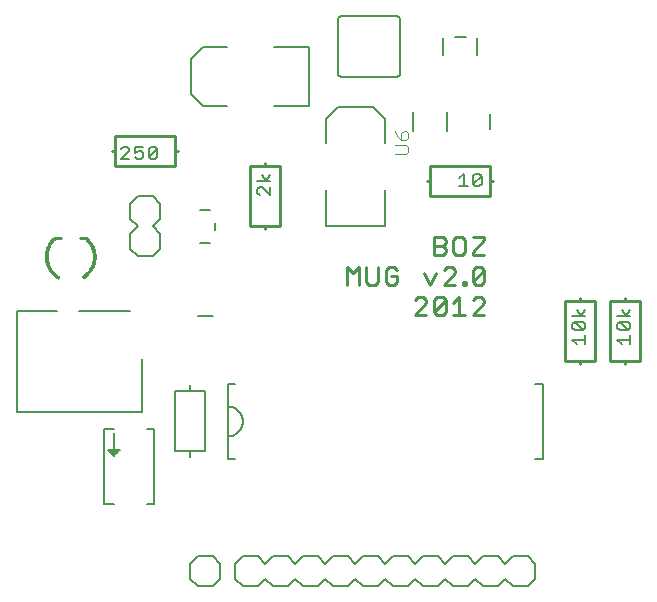
<source format=gto>
G75*
G70*
%OFA0B0*%
%FSLAX24Y24*%
%IPPOS*%
%LPD*%
%AMOC8*
5,1,8,0,0,1.08239X$1,22.5*
%
%ADD10C,0.0110*%
%ADD11C,0.0080*%
%ADD12C,0.0060*%
%ADD13C,0.0100*%
%ADD14C,0.0010*%
%ADD15C,0.0080*%
%ADD16C,0.0040*%
D10*
X012721Y014245D02*
X012721Y014835D01*
X012918Y014639D01*
X013115Y014835D01*
X013115Y014245D01*
X013365Y014343D02*
X013464Y014245D01*
X013661Y014245D01*
X013759Y014343D01*
X013759Y014835D01*
X014010Y014737D02*
X014010Y014343D01*
X014108Y014245D01*
X014305Y014245D01*
X014404Y014343D01*
X014404Y014540D01*
X014207Y014540D01*
X014404Y014737D02*
X014305Y014835D01*
X014108Y014835D01*
X014010Y014737D01*
X013365Y014835D02*
X013365Y014343D01*
X014977Y013737D02*
X015075Y013835D01*
X015272Y013835D01*
X015370Y013737D01*
X015370Y013639D01*
X014977Y013245D01*
X015370Y013245D01*
X015621Y013343D02*
X016015Y013737D01*
X016015Y013343D01*
X015917Y013245D01*
X015720Y013245D01*
X015621Y013343D01*
X015621Y013737D01*
X015720Y013835D01*
X015917Y013835D01*
X016015Y013737D01*
X016266Y013639D02*
X016463Y013835D01*
X016463Y013245D01*
X016266Y013245D02*
X016660Y013245D01*
X016910Y013245D02*
X017304Y013639D01*
X017304Y013737D01*
X017206Y013835D01*
X017009Y013835D01*
X016910Y013737D01*
X016910Y013245D02*
X017304Y013245D01*
X017206Y014245D02*
X017009Y014245D01*
X016910Y014343D01*
X017304Y014737D01*
X017304Y014343D01*
X017206Y014245D01*
X016910Y014343D02*
X016910Y014737D01*
X017009Y014835D01*
X017206Y014835D01*
X017304Y014737D01*
X017304Y015245D02*
X016910Y015245D01*
X016910Y015343D01*
X017304Y015737D01*
X017304Y015835D01*
X016910Y015835D01*
X016660Y015737D02*
X016561Y015835D01*
X016364Y015835D01*
X016266Y015737D01*
X016266Y015343D01*
X016364Y015245D01*
X016561Y015245D01*
X016660Y015343D01*
X016660Y015737D01*
X016015Y015737D02*
X016015Y015639D01*
X015917Y015540D01*
X015621Y015540D01*
X015621Y015245D02*
X015917Y015245D01*
X016015Y015343D01*
X016015Y015442D01*
X015917Y015540D01*
X016015Y015737D02*
X015917Y015835D01*
X015621Y015835D01*
X015621Y015245D01*
X016042Y014835D02*
X015944Y014737D01*
X016042Y014835D02*
X016239Y014835D01*
X016337Y014737D01*
X016337Y014639D01*
X015944Y014245D01*
X016337Y014245D01*
X016588Y014245D02*
X016687Y014245D01*
X016687Y014343D01*
X016588Y014343D01*
X016588Y014245D01*
X015693Y014639D02*
X015496Y014245D01*
X015299Y014639D01*
D11*
X013984Y016221D02*
X013984Y017403D01*
X013984Y016221D02*
X012016Y016221D01*
X012016Y017403D01*
X012016Y018977D02*
X012016Y019765D01*
X012409Y020158D01*
X013591Y020158D01*
X013984Y019765D01*
X013984Y018977D01*
X016469Y017810D02*
X016609Y017950D01*
X016609Y017530D01*
X016469Y017530D02*
X016749Y017530D01*
X016930Y017600D02*
X016930Y017880D01*
X017000Y017950D01*
X017140Y017950D01*
X017210Y017880D01*
X016930Y017600D01*
X017000Y017530D01*
X017140Y017530D01*
X017210Y017600D01*
X017210Y017880D01*
X017500Y019440D02*
X017500Y019940D01*
X011469Y020206D02*
X011469Y022174D01*
X010287Y022174D01*
X008713Y022174D02*
X007925Y022174D01*
X007531Y021780D01*
X007531Y020599D01*
X007925Y020206D01*
X008713Y020206D01*
X010287Y020206D02*
X011469Y020206D01*
X010160Y017906D02*
X010020Y017696D01*
X009880Y017906D01*
X009740Y017696D02*
X010160Y017696D01*
X010160Y017516D02*
X010160Y017236D01*
X009880Y017516D01*
X009810Y017516D01*
X009740Y017446D01*
X009740Y017306D01*
X009810Y017236D01*
X008319Y016296D02*
X008319Y016084D01*
X008169Y015630D02*
X007831Y015630D01*
X007831Y016750D02*
X008169Y016750D01*
X006500Y016940D02*
X006500Y016440D01*
X006250Y016190D01*
X006500Y015940D01*
X006500Y015440D01*
X006250Y015190D01*
X005750Y015190D01*
X005500Y015440D01*
X005500Y015940D01*
X005750Y016190D01*
X005500Y016440D01*
X005500Y016940D01*
X005750Y017190D01*
X006250Y017190D01*
X006500Y016940D01*
X006321Y018430D02*
X006181Y018430D01*
X006111Y018500D01*
X006391Y018780D01*
X006391Y018500D01*
X006321Y018430D01*
X006111Y018500D02*
X006111Y018780D01*
X006181Y018850D01*
X006321Y018850D01*
X006391Y018780D01*
X005931Y018850D02*
X005650Y018850D01*
X005650Y018640D01*
X005791Y018710D01*
X005861Y018710D01*
X005931Y018640D01*
X005931Y018500D01*
X005861Y018430D01*
X005720Y018430D01*
X005650Y018500D01*
X005470Y018430D02*
X005190Y018430D01*
X005470Y018710D01*
X005470Y018780D01*
X005400Y018850D01*
X005260Y018850D01*
X005190Y018780D01*
X005500Y013363D02*
X003807Y013363D01*
X003063Y013363D02*
X001720Y013363D01*
X001720Y010017D01*
X001720Y010036D01*
X001720Y010017D02*
X005894Y010017D01*
X005894Y011788D01*
X007750Y013190D02*
X008250Y013190D01*
X008750Y010940D02*
X009000Y010940D01*
X008750Y010940D02*
X008750Y010190D01*
X008750Y009190D01*
X008750Y008440D01*
X009000Y008440D01*
X009250Y009690D02*
X009248Y009734D01*
X009242Y009777D01*
X009233Y009819D01*
X009220Y009861D01*
X009203Y009901D01*
X009183Y009940D01*
X009160Y009977D01*
X009133Y010011D01*
X009104Y010044D01*
X009071Y010073D01*
X009037Y010100D01*
X009000Y010123D01*
X008961Y010143D01*
X008921Y010160D01*
X008879Y010173D01*
X008837Y010182D01*
X008794Y010188D01*
X008750Y010190D01*
X009250Y009690D02*
X009248Y009646D01*
X009242Y009603D01*
X009233Y009561D01*
X009220Y009519D01*
X009203Y009479D01*
X009183Y009440D01*
X009160Y009403D01*
X009133Y009369D01*
X009104Y009336D01*
X009071Y009307D01*
X009037Y009280D01*
X009000Y009257D01*
X008961Y009237D01*
X008921Y009220D01*
X008879Y009207D01*
X008837Y009198D01*
X008794Y009192D01*
X008750Y009190D01*
X008250Y005190D02*
X007750Y005190D01*
X007500Y004940D01*
X007500Y004440D01*
X007750Y004190D01*
X008250Y004190D01*
X008500Y004440D01*
X008500Y004940D01*
X008250Y005190D01*
X009000Y004940D02*
X009000Y004440D01*
X009250Y004190D01*
X009750Y004190D01*
X010000Y004440D01*
X010250Y004190D01*
X010750Y004190D01*
X011000Y004440D01*
X011250Y004190D01*
X011750Y004190D01*
X012000Y004440D01*
X012250Y004190D01*
X012750Y004190D01*
X013000Y004440D01*
X013250Y004190D01*
X013750Y004190D01*
X014000Y004440D01*
X014250Y004190D01*
X014750Y004190D01*
X015000Y004440D01*
X015250Y004190D01*
X015750Y004190D01*
X016000Y004440D01*
X016250Y004190D01*
X016750Y004190D01*
X017000Y004440D01*
X017250Y004190D01*
X017750Y004190D01*
X018000Y004440D01*
X018250Y004190D01*
X018750Y004190D01*
X019000Y004440D01*
X019000Y004940D01*
X018750Y005190D01*
X018250Y005190D01*
X018000Y004940D01*
X017750Y005190D01*
X017250Y005190D01*
X017000Y004940D01*
X016750Y005190D01*
X016250Y005190D01*
X016000Y004940D01*
X015750Y005190D01*
X015250Y005190D01*
X015000Y004940D01*
X014750Y005190D01*
X014250Y005190D01*
X014000Y004940D01*
X013750Y005190D01*
X013250Y005190D01*
X013000Y004940D01*
X012750Y005190D01*
X012250Y005190D01*
X012000Y004940D01*
X011750Y005190D01*
X011250Y005190D01*
X011000Y004940D01*
X010750Y005190D01*
X010250Y005190D01*
X010000Y004940D01*
X009750Y005190D01*
X009250Y005190D01*
X009000Y004940D01*
X019000Y008440D02*
X019250Y008440D01*
X019250Y010940D01*
X019000Y010940D01*
X020380Y012275D02*
X020240Y012416D01*
X020660Y012416D01*
X020660Y012556D02*
X020660Y012275D01*
X020590Y012736D02*
X020310Y012736D01*
X020240Y012806D01*
X020240Y012946D01*
X020310Y013016D01*
X020590Y012736D01*
X020660Y012806D01*
X020660Y012946D01*
X020590Y013016D01*
X020310Y013016D01*
X020240Y013196D02*
X020660Y013196D01*
X020520Y013196D02*
X020380Y013406D01*
X020520Y013196D02*
X020660Y013406D01*
X021740Y013196D02*
X022160Y013196D01*
X022020Y013196D02*
X022160Y013406D01*
X022020Y013196D02*
X021880Y013406D01*
X021810Y013016D02*
X022090Y012736D01*
X022160Y012806D01*
X022160Y012946D01*
X022090Y013016D01*
X021810Y013016D01*
X021740Y012946D01*
X021740Y012806D01*
X021810Y012736D01*
X022090Y012736D01*
X022160Y012556D02*
X022160Y012275D01*
X022160Y012416D02*
X021740Y012416D01*
X021880Y012275D01*
D12*
X004950Y006940D02*
X004630Y006940D01*
X004630Y009440D01*
X004950Y009440D01*
X004950Y009290D02*
X004950Y008690D01*
X004800Y008690D01*
X004750Y008740D01*
X005150Y008740D01*
X005100Y008690D01*
X004950Y008690D01*
X004950Y008540D01*
X005000Y008590D01*
X005050Y008640D01*
X005100Y008690D01*
X005050Y008640D02*
X004850Y008640D01*
X004900Y008590D01*
X005000Y008590D01*
X004950Y008540D02*
X004900Y008590D01*
X004850Y008640D02*
X004800Y008690D01*
X006050Y009440D02*
X006300Y009440D01*
X006300Y006940D01*
X006050Y006940D01*
X007500Y008490D02*
X007500Y008690D01*
X008000Y008690D01*
X008000Y010690D01*
X007500Y010690D01*
X007000Y010690D01*
X007000Y008690D01*
X007500Y008690D01*
X007500Y010690D02*
X007500Y010890D01*
D13*
X004010Y015810D02*
X003830Y015810D01*
X003190Y015810D02*
X002990Y015810D01*
X005000Y018190D02*
X005000Y018690D01*
X004900Y018690D01*
X005000Y018690D02*
X005000Y019190D01*
X007000Y019190D01*
X007000Y018690D01*
X007100Y018690D01*
X007000Y018690D02*
X007000Y018190D01*
X005000Y018190D01*
X009500Y018190D02*
X009500Y016190D01*
X010000Y016190D01*
X010000Y016090D01*
X010000Y016190D02*
X010500Y016190D01*
X010500Y018190D01*
X010000Y018190D01*
X010000Y018290D01*
X010000Y018190D02*
X009500Y018190D01*
X015400Y017690D02*
X015500Y017690D01*
X015500Y018190D01*
X017500Y018190D01*
X017500Y017690D01*
X017600Y017690D01*
X017500Y017690D02*
X017500Y017190D01*
X015500Y017190D01*
X015500Y017690D01*
X020000Y013690D02*
X020500Y013690D01*
X020500Y013790D01*
X020500Y013690D02*
X021000Y013690D01*
X021000Y011690D01*
X020500Y011690D01*
X020500Y011590D01*
X020500Y011690D02*
X020000Y011690D01*
X020000Y013690D01*
X021500Y013690D02*
X022000Y013690D01*
X022000Y013790D01*
X022000Y013690D02*
X022500Y013690D01*
X022500Y011690D01*
X022000Y011690D01*
X022000Y011590D01*
X022000Y011690D02*
X021500Y011690D01*
X021500Y013690D01*
D14*
X003923Y014459D02*
X003878Y014537D01*
X003879Y014537D02*
X003923Y014565D01*
X003965Y014596D01*
X004005Y014629D01*
X004043Y014665D01*
X004078Y014704D01*
X004110Y014745D01*
X004140Y014789D01*
X004166Y014834D01*
X004189Y014881D01*
X004209Y014929D01*
X004225Y014979D01*
X004238Y015029D01*
X004247Y015081D01*
X004253Y015133D01*
X004255Y015185D01*
X004344Y015186D01*
X004345Y015185D01*
X004343Y015130D01*
X004337Y015076D01*
X004328Y015021D01*
X004315Y014968D01*
X004299Y014916D01*
X004280Y014864D01*
X004257Y014814D01*
X004231Y014766D01*
X004202Y014719D01*
X004170Y014675D01*
X004135Y014632D01*
X004097Y014592D01*
X004057Y014555D01*
X004015Y014520D01*
X003970Y014488D01*
X003924Y014459D01*
X003919Y014467D01*
X003965Y014495D01*
X004009Y014527D01*
X004051Y014562D01*
X004091Y014599D01*
X004128Y014638D01*
X004163Y014680D01*
X004194Y014724D01*
X004223Y014770D01*
X004249Y014818D01*
X004271Y014868D01*
X004291Y014918D01*
X004307Y014970D01*
X004319Y015023D01*
X004328Y015077D01*
X004334Y015131D01*
X004336Y015185D01*
X004327Y015185D01*
X004325Y015131D01*
X004319Y015078D01*
X004310Y015025D01*
X004298Y014973D01*
X004282Y014921D01*
X004263Y014871D01*
X004241Y014822D01*
X004215Y014775D01*
X004187Y014729D01*
X004155Y014686D01*
X004121Y014644D01*
X004085Y014605D01*
X004045Y014568D01*
X004004Y014534D01*
X003960Y014503D01*
X003915Y014474D01*
X003910Y014482D01*
X003958Y014512D01*
X004004Y014546D01*
X004047Y014582D01*
X004088Y014622D01*
X004126Y014664D01*
X004161Y014708D01*
X004193Y014755D01*
X004221Y014804D01*
X004246Y014855D01*
X004268Y014908D01*
X004285Y014961D01*
X004299Y015016D01*
X004309Y015072D01*
X004316Y015128D01*
X004318Y015185D01*
X004309Y015185D01*
X004307Y015129D01*
X004301Y015073D01*
X004291Y015018D01*
X004277Y014964D01*
X004259Y014911D01*
X004238Y014859D01*
X004213Y014808D01*
X004185Y014760D01*
X004154Y014714D01*
X004119Y014669D01*
X004082Y014628D01*
X004041Y014589D01*
X003999Y014553D01*
X003953Y014520D01*
X003906Y014490D01*
X003901Y014498D01*
X003948Y014527D01*
X003993Y014560D01*
X004035Y014596D01*
X004075Y014634D01*
X004112Y014675D01*
X004147Y014719D01*
X004178Y014765D01*
X004205Y014813D01*
X004230Y014862D01*
X004251Y014914D01*
X004268Y014966D01*
X004282Y015020D01*
X004292Y015075D01*
X004298Y015130D01*
X004300Y015185D01*
X004291Y015185D01*
X004289Y015130D01*
X004283Y015076D01*
X004273Y015022D01*
X004259Y014969D01*
X004242Y014917D01*
X004222Y014866D01*
X004197Y014817D01*
X004170Y014770D01*
X004139Y014724D01*
X004106Y014681D01*
X004069Y014640D01*
X004029Y014602D01*
X003987Y014567D01*
X003943Y014535D01*
X003897Y014506D01*
X003892Y014514D01*
X003938Y014542D01*
X003982Y014574D01*
X004023Y014609D01*
X004062Y014647D01*
X004099Y014687D01*
X004132Y014729D01*
X004162Y014774D01*
X004190Y014821D01*
X004213Y014870D01*
X004234Y014920D01*
X004251Y014971D01*
X004264Y015024D01*
X004274Y015077D01*
X004280Y015131D01*
X004282Y015185D01*
X004273Y015185D01*
X004271Y015132D01*
X004265Y015078D01*
X004255Y015026D01*
X004242Y014974D01*
X004225Y014923D01*
X004205Y014873D01*
X004182Y014825D01*
X004155Y014779D01*
X004125Y014735D01*
X004092Y014693D01*
X004056Y014653D01*
X004017Y014616D01*
X003976Y014581D01*
X003933Y014550D01*
X003888Y014521D01*
X003883Y014529D01*
X003928Y014557D01*
X003971Y014588D01*
X004011Y014622D01*
X004049Y014659D01*
X004085Y014698D01*
X004117Y014740D01*
X004147Y014784D01*
X004174Y014830D01*
X004197Y014877D01*
X004217Y014926D01*
X004234Y014976D01*
X004247Y015028D01*
X004256Y015080D01*
X004262Y015132D01*
X004264Y015185D01*
X002656Y015185D02*
X002746Y015185D01*
X002745Y015185D02*
X002747Y015131D01*
X002753Y015078D01*
X002763Y015025D01*
X002777Y014973D01*
X002794Y014922D01*
X002815Y014873D01*
X002839Y014825D01*
X002867Y014779D01*
X002898Y014735D01*
X002932Y014693D01*
X002968Y014654D01*
X003008Y014617D01*
X003050Y014584D01*
X003094Y014553D01*
X003140Y014526D01*
X003098Y014447D01*
X003049Y014475D01*
X003003Y014507D01*
X002958Y014542D01*
X002916Y014579D01*
X002876Y014620D01*
X002840Y014663D01*
X002806Y014708D01*
X002775Y014755D01*
X002748Y014805D01*
X002724Y014856D01*
X002703Y014908D01*
X002686Y014962D01*
X002673Y015017D01*
X002663Y015072D01*
X002657Y015129D01*
X002655Y015185D01*
X002664Y015185D01*
X002666Y015129D01*
X002672Y015074D01*
X002682Y015019D01*
X002695Y014964D01*
X002712Y014911D01*
X002732Y014859D01*
X002756Y014809D01*
X002783Y014760D01*
X002813Y014713D01*
X002847Y014668D01*
X002883Y014626D01*
X002922Y014586D01*
X002964Y014549D01*
X003008Y014514D01*
X003054Y014483D01*
X003102Y014455D01*
X003106Y014463D01*
X003059Y014491D01*
X003013Y014522D01*
X002970Y014556D01*
X002928Y014592D01*
X002890Y014632D01*
X002854Y014674D01*
X002821Y014718D01*
X002791Y014764D01*
X002764Y014813D01*
X002741Y014863D01*
X002720Y014914D01*
X002704Y014967D01*
X002691Y015020D01*
X002681Y015075D01*
X002675Y015130D01*
X002673Y015185D01*
X002682Y015185D01*
X002684Y015130D01*
X002690Y015076D01*
X002699Y015022D01*
X002712Y014969D01*
X002729Y014917D01*
X002749Y014866D01*
X002772Y014817D01*
X002799Y014769D01*
X002828Y014723D01*
X002861Y014679D01*
X002896Y014638D01*
X002935Y014599D01*
X002975Y014562D01*
X003018Y014529D01*
X003064Y014498D01*
X003111Y014471D01*
X003115Y014479D01*
X003068Y014506D01*
X003024Y014536D01*
X002981Y014569D01*
X002941Y014605D01*
X002903Y014644D01*
X002868Y014685D01*
X002836Y014728D01*
X002806Y014774D01*
X002780Y014821D01*
X002757Y014870D01*
X002737Y014920D01*
X002721Y014972D01*
X002708Y015024D01*
X002699Y015077D01*
X002693Y015131D01*
X002691Y015185D01*
X002700Y015185D01*
X002702Y015132D01*
X002708Y015079D01*
X002717Y015026D01*
X002730Y014974D01*
X002746Y014923D01*
X002765Y014873D01*
X002788Y014825D01*
X002814Y014778D01*
X002843Y014734D01*
X002875Y014691D01*
X002910Y014650D01*
X002947Y014612D01*
X002987Y014576D01*
X003029Y014543D01*
X003073Y014513D01*
X003119Y014486D01*
X003123Y014494D01*
X003078Y014521D01*
X003034Y014551D01*
X002993Y014583D01*
X002953Y014618D01*
X002916Y014656D01*
X002882Y014696D01*
X002850Y014739D01*
X002822Y014783D01*
X002796Y014829D01*
X002774Y014877D01*
X002754Y014926D01*
X002738Y014976D01*
X002726Y015028D01*
X002717Y015080D01*
X002711Y015132D01*
X002709Y015185D01*
X002718Y015185D01*
X002720Y015129D01*
X002727Y015074D01*
X002737Y015019D01*
X002751Y014965D01*
X002769Y014913D01*
X002790Y014861D01*
X002816Y014812D01*
X002844Y014764D01*
X002876Y014718D01*
X002911Y014675D01*
X002949Y014635D01*
X002990Y014597D01*
X003034Y014562D01*
X003080Y014531D01*
X003128Y014502D01*
X003132Y014510D01*
X003084Y014538D01*
X003039Y014569D01*
X002996Y014604D01*
X002956Y014641D01*
X002918Y014681D01*
X002883Y014724D01*
X002852Y014769D01*
X002823Y014816D01*
X002799Y014865D01*
X002777Y014916D01*
X002760Y014968D01*
X002746Y015021D01*
X002736Y015075D01*
X002729Y015130D01*
X002727Y015185D01*
X002736Y015185D01*
X002738Y015131D01*
X002744Y015077D01*
X002754Y015023D01*
X002768Y014971D01*
X002786Y014919D01*
X002807Y014869D01*
X002831Y014820D01*
X002859Y014774D01*
X002891Y014729D01*
X002925Y014687D01*
X002962Y014648D01*
X003002Y014611D01*
X003044Y014577D01*
X003089Y014546D01*
X003136Y014518D01*
X002956Y015835D02*
X003013Y015766D01*
X003013Y015767D02*
X002973Y015730D01*
X002935Y015691D01*
X002901Y015649D01*
X002869Y015605D01*
X002841Y015559D01*
X002816Y015510D01*
X002795Y015460D01*
X002777Y015409D01*
X002764Y015356D01*
X002754Y015303D01*
X002747Y015249D01*
X002745Y015195D01*
X002656Y015194D01*
X002655Y015195D01*
X002657Y015251D01*
X002663Y015307D01*
X002673Y015362D01*
X002686Y015417D01*
X002703Y015470D01*
X002723Y015523D01*
X002747Y015574D01*
X002774Y015623D01*
X002805Y015670D01*
X002838Y015715D01*
X002874Y015758D01*
X002913Y015798D01*
X002955Y015836D01*
X002961Y015829D01*
X002920Y015792D01*
X002881Y015752D01*
X002845Y015710D01*
X002812Y015665D01*
X002782Y015618D01*
X002755Y015570D01*
X002732Y015519D01*
X002711Y015467D01*
X002695Y015414D01*
X002682Y015360D01*
X002672Y015306D01*
X002666Y015251D01*
X002664Y015195D01*
X002673Y015195D01*
X002675Y015250D01*
X002681Y015305D01*
X002690Y015359D01*
X002703Y015412D01*
X002720Y015464D01*
X002740Y015516D01*
X002763Y015565D01*
X002790Y015614D01*
X002819Y015660D01*
X002852Y015704D01*
X002888Y015746D01*
X002926Y015785D01*
X002967Y015822D01*
X002972Y015815D01*
X002932Y015779D01*
X002894Y015740D01*
X002859Y015698D01*
X002827Y015655D01*
X002797Y015609D01*
X002771Y015561D01*
X002748Y015512D01*
X002728Y015462D01*
X002712Y015410D01*
X002699Y015357D01*
X002690Y015303D01*
X002684Y015249D01*
X002682Y015195D01*
X002691Y015195D01*
X002693Y015249D01*
X002699Y015302D01*
X002708Y015355D01*
X002721Y015407D01*
X002737Y015459D01*
X002756Y015509D01*
X002779Y015557D01*
X002805Y015604D01*
X002834Y015650D01*
X002866Y015693D01*
X002901Y015734D01*
X002938Y015772D01*
X002978Y015808D01*
X002984Y015801D01*
X002945Y015766D01*
X002908Y015728D01*
X002873Y015687D01*
X002842Y015644D01*
X002813Y015600D01*
X002787Y015553D01*
X002765Y015505D01*
X002745Y015456D01*
X002729Y015405D01*
X002717Y015353D01*
X002708Y015301D01*
X002702Y015248D01*
X002700Y015195D01*
X002709Y015195D01*
X002711Y015247D01*
X002717Y015300D01*
X002726Y015351D01*
X002738Y015402D01*
X002754Y015453D01*
X002773Y015502D01*
X002795Y015549D01*
X002821Y015595D01*
X002849Y015639D01*
X002880Y015681D01*
X002914Y015722D01*
X002951Y015759D01*
X002990Y015794D01*
X002996Y015788D01*
X002957Y015753D01*
X002921Y015715D01*
X002887Y015676D01*
X002856Y015634D01*
X002828Y015590D01*
X002803Y015545D01*
X002781Y015498D01*
X002762Y015450D01*
X002747Y015400D01*
X002734Y015350D01*
X002726Y015298D01*
X002720Y015247D01*
X002718Y015195D01*
X002727Y015195D01*
X002729Y015246D01*
X002734Y015297D01*
X002743Y015348D01*
X002755Y015398D01*
X002771Y015447D01*
X002789Y015494D01*
X002811Y015541D01*
X002836Y015586D01*
X002864Y015629D01*
X002894Y015670D01*
X002927Y015709D01*
X002963Y015746D01*
X003001Y015781D01*
X003007Y015774D01*
X002966Y015737D01*
X002928Y015697D01*
X002894Y015655D01*
X002862Y015610D01*
X002833Y015563D01*
X002808Y015514D01*
X002787Y015463D01*
X002769Y015412D01*
X002755Y015358D01*
X002745Y015304D01*
X002738Y015250D01*
X002736Y015195D01*
X004344Y015194D02*
X004254Y015194D01*
X004255Y015195D02*
X004253Y015249D01*
X004247Y015302D01*
X004237Y015355D01*
X004223Y015407D01*
X004206Y015458D01*
X004185Y015508D01*
X004161Y015556D01*
X004133Y015602D01*
X004102Y015646D01*
X004068Y015687D01*
X004031Y015727D01*
X003992Y015763D01*
X004049Y015831D01*
X004050Y015832D01*
X004091Y015794D01*
X004129Y015754D01*
X004165Y015711D01*
X004198Y015666D01*
X004228Y015619D01*
X004254Y015571D01*
X004278Y015520D01*
X004298Y015468D01*
X004314Y015415D01*
X004328Y015361D01*
X004337Y015306D01*
X004343Y015251D01*
X004345Y015195D01*
X004336Y015195D01*
X004334Y015250D01*
X004328Y015305D01*
X004319Y015359D01*
X004306Y015413D01*
X004289Y015465D01*
X004270Y015517D01*
X004246Y015567D01*
X004220Y015615D01*
X004190Y015661D01*
X004158Y015706D01*
X004123Y015748D01*
X004084Y015788D01*
X004044Y015825D01*
X004038Y015818D01*
X004078Y015781D01*
X004116Y015742D01*
X004151Y015700D01*
X004183Y015656D01*
X004212Y015610D01*
X004238Y015562D01*
X004261Y015513D01*
X004281Y015462D01*
X004297Y015410D01*
X004310Y015357D01*
X004319Y015304D01*
X004325Y015249D01*
X004327Y015195D01*
X004318Y015195D01*
X004316Y015249D01*
X004310Y015302D01*
X004301Y015355D01*
X004288Y015408D01*
X004272Y015459D01*
X004253Y015510D01*
X004230Y015558D01*
X004205Y015606D01*
X004176Y015651D01*
X004144Y015695D01*
X004109Y015736D01*
X004072Y015775D01*
X004032Y015811D01*
X004026Y015804D01*
X004066Y015768D01*
X004103Y015730D01*
X004137Y015689D01*
X004168Y015646D01*
X004197Y015601D01*
X004222Y015554D01*
X004245Y015506D01*
X004264Y015456D01*
X004280Y015405D01*
X004292Y015354D01*
X004301Y015301D01*
X004307Y015248D01*
X004309Y015195D01*
X004300Y015195D01*
X004298Y015248D01*
X004292Y015300D01*
X004283Y015352D01*
X004271Y015403D01*
X004255Y015453D01*
X004236Y015503D01*
X004214Y015550D01*
X004189Y015597D01*
X004161Y015641D01*
X004130Y015683D01*
X004096Y015724D01*
X004059Y015762D01*
X004021Y015797D01*
X004015Y015791D01*
X004053Y015755D01*
X004089Y015718D01*
X004123Y015678D01*
X004153Y015636D01*
X004181Y015592D01*
X004206Y015546D01*
X004228Y015499D01*
X004247Y015450D01*
X004262Y015401D01*
X004275Y015350D01*
X004283Y015299D01*
X004289Y015247D01*
X004291Y015195D01*
X004282Y015195D01*
X004280Y015251D01*
X004273Y015306D01*
X004263Y015361D01*
X004249Y015415D01*
X004231Y015468D01*
X004209Y015519D01*
X004184Y015569D01*
X004155Y015617D01*
X004123Y015662D01*
X004088Y015705D01*
X004050Y015746D01*
X004009Y015784D01*
X004003Y015777D01*
X004044Y015740D01*
X004081Y015699D01*
X004116Y015657D01*
X004148Y015612D01*
X004176Y015564D01*
X004201Y015515D01*
X004223Y015464D01*
X004240Y015412D01*
X004254Y015359D01*
X004264Y015305D01*
X004271Y015250D01*
X004273Y015195D01*
X004264Y015195D01*
X004262Y015249D01*
X004256Y015303D01*
X004246Y015357D01*
X004232Y015410D01*
X004214Y015461D01*
X004193Y015511D01*
X004168Y015560D01*
X004140Y015607D01*
X004109Y015651D01*
X004075Y015693D01*
X004037Y015733D01*
X003997Y015770D01*
D15*
X012437Y021245D02*
X012516Y021166D01*
X014406Y021166D01*
X014484Y021245D01*
X014484Y023135D01*
X014406Y023214D01*
X012516Y023214D01*
X012437Y023135D01*
X012437Y021245D01*
X014929Y020005D02*
X014929Y019375D01*
X016071Y019375D02*
X016071Y020005D01*
X015929Y021895D02*
X015929Y022485D01*
X016323Y022505D02*
X016677Y022505D01*
X017071Y022485D02*
X017071Y021895D01*
D16*
X014695Y019375D02*
X014618Y019375D01*
X014541Y019298D01*
X014541Y019068D01*
X014695Y019068D01*
X014771Y019145D01*
X014771Y019298D01*
X014695Y019375D01*
X014388Y019221D02*
X014541Y019068D01*
X014388Y019221D02*
X014311Y019375D01*
X014311Y018915D02*
X014695Y018915D01*
X014771Y018838D01*
X014771Y018684D01*
X014695Y018608D01*
X014311Y018608D01*
M02*

</source>
